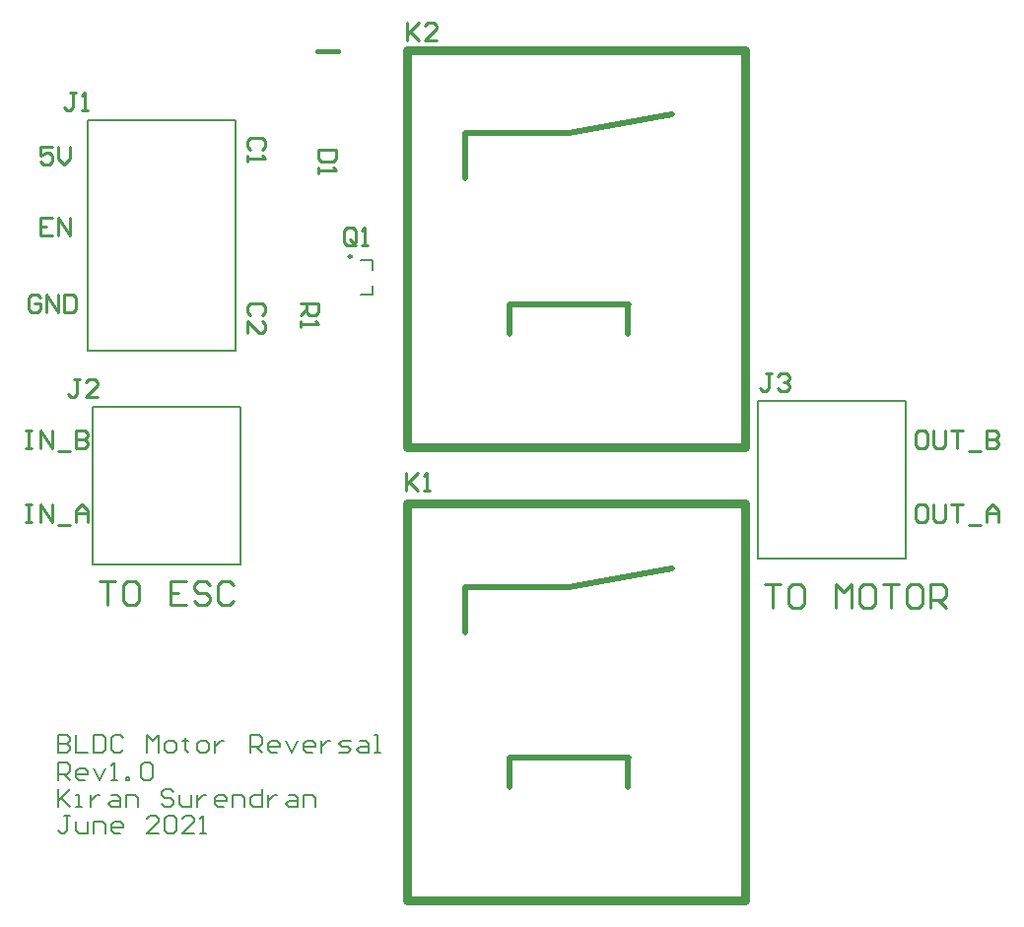
<source format=gto>
G04*
G04 #@! TF.GenerationSoftware,Altium Limited,Altium Designer,21.4.1 (30)*
G04*
G04 Layer_Color=65535*
%FSLAX25Y25*%
%MOIN*%
G70*
G04*
G04 #@! TF.SameCoordinates,A6571A55-D74C-4003-A557-C9CE236E7139*
G04*
G04*
G04 #@! TF.FilePolarity,Positive*
G04*
G01*
G75*
%ADD10C,0.00984*%
%ADD11C,0.01968*%
%ADD12C,0.02953*%
%ADD13C,0.01575*%
%ADD14C,0.00787*%
%ADD15C,0.01000*%
D10*
X-77854Y71966D02*
G03*
X-77854Y71966I-492J0D01*
G01*
D11*
X-24409Y55905D02*
X15748D01*
X-24488Y45925D02*
Y55748D01*
X15630Y45925D02*
Y55709D01*
X-39370Y98425D02*
Y113701D01*
X-39449Y113779D02*
X-4409D01*
X30630Y120079D01*
X-24409Y-97638D02*
X15748D01*
X-24488Y-107618D02*
Y-97795D01*
X15630Y-107618D02*
Y-97835D01*
X-39370Y-55118D02*
Y-39843D01*
X-39449Y-39764D02*
X-4409D01*
X30630Y-33465D01*
D12*
X-59055Y7633D02*
Y141866D01*
X55118Y7633D02*
Y141866D01*
X-59055D02*
X55118D01*
X-59055Y7633D02*
X55118D01*
X-59055Y-145910D02*
X55118D01*
X-59055Y-11677D02*
X55118D01*
Y-145910D02*
Y-11677D01*
X-59055Y-145910D02*
Y-11677D01*
D13*
X-89500Y141500D02*
X-82500D01*
D14*
X59449Y23228D02*
X109449D01*
X59449Y-30315D02*
X109449D01*
Y23228D01*
X59449Y-30315D02*
Y23228D01*
X-166929Y40256D02*
X-116929D01*
X-166929Y118209D02*
X-116929D01*
X-166929Y40256D02*
Y118209D01*
X-116929Y40256D02*
Y118209D01*
X-74803Y70866D02*
X-70866D01*
Y67636D02*
Y70866D01*
X-74803Y59055D02*
X-70866D01*
Y62285D01*
X-165354Y-32283D02*
X-115354D01*
X-165354Y21260D02*
X-115354D01*
X-165354Y-32283D02*
Y21260D01*
X-115354Y-32283D02*
Y21260D01*
X-177213Y-89952D02*
Y-95950D01*
X-174214D01*
X-173214Y-94951D01*
Y-93951D01*
X-174214Y-92951D01*
X-177213D01*
X-174214D01*
X-173214Y-91952D01*
Y-90952D01*
X-174214Y-89952D01*
X-177213D01*
X-171214D02*
Y-95950D01*
X-167216D01*
X-165217Y-89952D02*
Y-95950D01*
X-162217D01*
X-161218Y-94951D01*
Y-90952D01*
X-162217Y-89952D01*
X-165217D01*
X-155220Y-90952D02*
X-156219Y-89952D01*
X-158219D01*
X-159218Y-90952D01*
Y-94951D01*
X-158219Y-95950D01*
X-156219D01*
X-155220Y-94951D01*
X-147222Y-95950D02*
Y-89952D01*
X-145223Y-91952D01*
X-143224Y-89952D01*
Y-95950D01*
X-140225D02*
X-138225D01*
X-137225Y-94951D01*
Y-92951D01*
X-138225Y-91952D01*
X-140225D01*
X-141224Y-92951D01*
Y-94951D01*
X-140225Y-95950D01*
X-134227Y-90952D02*
Y-91952D01*
X-135226D01*
X-133227D01*
X-134227D01*
Y-94951D01*
X-133227Y-95950D01*
X-129228D02*
X-127229D01*
X-126229Y-94951D01*
Y-92951D01*
X-127229Y-91952D01*
X-129228D01*
X-130228Y-92951D01*
Y-94951D01*
X-129228Y-95950D01*
X-124230Y-91952D02*
Y-95950D01*
Y-93951D01*
X-123230Y-92951D01*
X-122230Y-91952D01*
X-121231D01*
X-112234Y-95950D02*
Y-89952D01*
X-109235D01*
X-108235Y-90952D01*
Y-92951D01*
X-109235Y-93951D01*
X-112234D01*
X-110234D02*
X-108235Y-95950D01*
X-103236D02*
X-105236D01*
X-106236Y-94951D01*
Y-92951D01*
X-105236Y-91952D01*
X-103236D01*
X-102237Y-92951D01*
Y-93951D01*
X-106236D01*
X-100238Y-91952D02*
X-98238Y-95950D01*
X-96239Y-91952D01*
X-91240Y-95950D02*
X-93240D01*
X-94239Y-94951D01*
Y-92951D01*
X-93240Y-91952D01*
X-91240D01*
X-90241Y-92951D01*
Y-93951D01*
X-94239D01*
X-88241Y-91952D02*
Y-95950D01*
Y-93951D01*
X-87242Y-92951D01*
X-86242Y-91952D01*
X-85242D01*
X-82243Y-95950D02*
X-79244D01*
X-78245Y-94951D01*
X-79244Y-93951D01*
X-81244D01*
X-82243Y-92951D01*
X-81244Y-91952D01*
X-78245D01*
X-75246D02*
X-73246D01*
X-72247Y-92951D01*
Y-95950D01*
X-75246D01*
X-76245Y-94951D01*
X-75246Y-93951D01*
X-72247D01*
X-70247Y-95950D02*
X-68248D01*
X-69248D01*
Y-89952D01*
X-70247D01*
X-177213Y-105038D02*
Y-99040D01*
X-174214D01*
X-173214Y-100039D01*
Y-102039D01*
X-174214Y-103038D01*
X-177213D01*
X-175213D02*
X-173214Y-105038D01*
X-168216D02*
X-170215D01*
X-171214Y-104038D01*
Y-102039D01*
X-170215Y-101039D01*
X-168216D01*
X-167216Y-102039D01*
Y-103038D01*
X-171214D01*
X-165217Y-101039D02*
X-163217Y-105038D01*
X-161218Y-101039D01*
X-159218Y-105038D02*
X-157219D01*
X-158219D01*
Y-99040D01*
X-159218Y-100039D01*
X-154220Y-105038D02*
Y-104038D01*
X-153220D01*
Y-105038D01*
X-154220D01*
X-149222Y-100039D02*
X-148222Y-99040D01*
X-146223D01*
X-145223Y-100039D01*
Y-104038D01*
X-146223Y-105038D01*
X-148222D01*
X-149222Y-104038D01*
Y-100039D01*
X-177213Y-108127D02*
Y-114125D01*
Y-112126D01*
X-173214Y-108127D01*
X-176213Y-111126D01*
X-173214Y-114125D01*
X-171214D02*
X-169215D01*
X-170215D01*
Y-110126D01*
X-171214D01*
X-166216D02*
Y-114125D01*
Y-112126D01*
X-165217Y-111126D01*
X-164217Y-110126D01*
X-163217D01*
X-159218D02*
X-157219D01*
X-156219Y-111126D01*
Y-114125D01*
X-159218D01*
X-160218Y-113126D01*
X-159218Y-112126D01*
X-156219D01*
X-154220Y-114125D02*
Y-110126D01*
X-151221D01*
X-150221Y-111126D01*
Y-114125D01*
X-138225Y-109127D02*
X-139225Y-108127D01*
X-141224D01*
X-142224Y-109127D01*
Y-110126D01*
X-141224Y-111126D01*
X-139225D01*
X-138225Y-112126D01*
Y-113126D01*
X-139225Y-114125D01*
X-141224D01*
X-142224Y-113126D01*
X-136226Y-110126D02*
Y-113126D01*
X-135226Y-114125D01*
X-132227D01*
Y-110126D01*
X-130228D02*
Y-114125D01*
Y-112126D01*
X-129228Y-111126D01*
X-128228Y-110126D01*
X-127229D01*
X-121231Y-114125D02*
X-123230D01*
X-124230Y-113126D01*
Y-111126D01*
X-123230Y-110126D01*
X-121231D01*
X-120231Y-111126D01*
Y-112126D01*
X-124230D01*
X-118232Y-114125D02*
Y-110126D01*
X-115233D01*
X-114233Y-111126D01*
Y-114125D01*
X-108235Y-108127D02*
Y-114125D01*
X-111234D01*
X-112234Y-113126D01*
Y-111126D01*
X-111234Y-110126D01*
X-108235D01*
X-106236D02*
Y-114125D01*
Y-112126D01*
X-105236Y-111126D01*
X-104236Y-110126D01*
X-103236D01*
X-99238D02*
X-97238D01*
X-96239Y-111126D01*
Y-114125D01*
X-99238D01*
X-100238Y-113126D01*
X-99238Y-112126D01*
X-96239D01*
X-94239Y-114125D02*
Y-110126D01*
X-91240D01*
X-90241Y-111126D01*
Y-114125D01*
X-173214Y-117215D02*
X-175213D01*
X-174214D01*
Y-122213D01*
X-175213Y-123213D01*
X-176213D01*
X-177213Y-122213D01*
X-171214Y-119214D02*
Y-122213D01*
X-170215Y-123213D01*
X-167216D01*
Y-119214D01*
X-165217Y-123213D02*
Y-119214D01*
X-162217D01*
X-161218Y-120214D01*
Y-123213D01*
X-156219D02*
X-158219D01*
X-159218Y-122213D01*
Y-120214D01*
X-158219Y-119214D01*
X-156219D01*
X-155220Y-120214D01*
Y-121213D01*
X-159218D01*
X-143224Y-123213D02*
X-147222D01*
X-143224Y-119214D01*
Y-118214D01*
X-144223Y-117215D01*
X-146223D01*
X-147222Y-118214D01*
X-141224D02*
X-140225Y-117215D01*
X-138225D01*
X-137225Y-118214D01*
Y-122213D01*
X-138225Y-123213D01*
X-140225D01*
X-141224Y-122213D01*
Y-118214D01*
X-131228Y-123213D02*
X-135226D01*
X-131228Y-119214D01*
Y-118214D01*
X-132227Y-117215D01*
X-134227D01*
X-135226Y-118214D01*
X-129228Y-123213D02*
X-127229D01*
X-128228D01*
Y-117215D01*
X-129228Y-118214D01*
D15*
X-58998Y150999D02*
Y145001D01*
Y147000D01*
X-55000Y150999D01*
X-57999Y148000D01*
X-55000Y145001D01*
X-49002D02*
X-53000D01*
X-49002Y149000D01*
Y149999D01*
X-50001Y150999D01*
X-52001D01*
X-53000Y149999D01*
X-83001Y107999D02*
X-88999D01*
Y105000D01*
X-87999Y104000D01*
X-84001D01*
X-83001Y105000D01*
Y107999D01*
X-88999Y102001D02*
Y100001D01*
Y101001D01*
X-83001D01*
X-84001Y102001D01*
X62000Y-39003D02*
X67332D01*
X64666D01*
Y-47000D01*
X73996Y-39003D02*
X71330D01*
X69997Y-40336D01*
Y-45667D01*
X71330Y-47000D01*
X73996D01*
X75329Y-45667D01*
Y-40336D01*
X73996Y-39003D01*
X85992Y-47000D02*
Y-39003D01*
X88658Y-41668D01*
X91324Y-39003D01*
Y-47000D01*
X97988Y-39003D02*
X95323D01*
X93990Y-40336D01*
Y-45667D01*
X95323Y-47000D01*
X97988D01*
X99321Y-45667D01*
Y-40336D01*
X97988Y-39003D01*
X101987D02*
X107319D01*
X104653D01*
Y-47000D01*
X113983Y-39003D02*
X111317D01*
X109985Y-40336D01*
Y-45667D01*
X111317Y-47000D01*
X113983D01*
X115316Y-45667D01*
Y-40336D01*
X113983Y-39003D01*
X117982Y-47000D02*
Y-39003D01*
X121981D01*
X123313Y-40336D01*
Y-43001D01*
X121981Y-44334D01*
X117982D01*
X120648D02*
X123313Y-47000D01*
X-163000Y-38003D02*
X-157668D01*
X-160334D01*
Y-46000D01*
X-151004Y-38003D02*
X-153670D01*
X-155003Y-39336D01*
Y-44667D01*
X-153670Y-46000D01*
X-151004D01*
X-149671Y-44667D01*
Y-39336D01*
X-151004Y-38003D01*
X-133676D02*
X-139008D01*
Y-46000D01*
X-133676D01*
X-139008Y-42001D02*
X-136342D01*
X-125679Y-39336D02*
X-127012Y-38003D01*
X-129677D01*
X-131010Y-39336D01*
Y-40668D01*
X-129677Y-42001D01*
X-127012D01*
X-125679Y-43334D01*
Y-44667D01*
X-127012Y-46000D01*
X-129677D01*
X-131010Y-44667D01*
X-117681Y-39336D02*
X-119014Y-38003D01*
X-121680D01*
X-123013Y-39336D01*
Y-44667D01*
X-121680Y-46000D01*
X-119014D01*
X-117681Y-44667D01*
X-108001Y52000D02*
X-107001Y52999D01*
Y54999D01*
X-108001Y55998D01*
X-111999D01*
X-112999Y54999D01*
Y52999D01*
X-111999Y52000D01*
X-112999Y46002D02*
Y50000D01*
X-109000Y46002D01*
X-108001D01*
X-107001Y47001D01*
Y49001D01*
X-108001Y50000D01*
X115999Y12998D02*
X114000D01*
X113000Y11998D01*
Y7999D01*
X114000Y7000D01*
X115999D01*
X116999Y7999D01*
Y11998D01*
X115999Y12998D01*
X118998D02*
Y7999D01*
X119998Y7000D01*
X121997D01*
X122997Y7999D01*
Y12998D01*
X124996D02*
X128995D01*
X126996D01*
Y7000D01*
X130994Y6000D02*
X134993D01*
X136992Y12998D02*
Y7000D01*
X139991D01*
X140991Y7999D01*
Y8999D01*
X139991Y9999D01*
X136992D01*
X139991D01*
X140991Y10998D01*
Y11998D01*
X139991Y12998D01*
X136992D01*
X115999Y-12002D02*
X114000D01*
X113000Y-13002D01*
Y-17001D01*
X114000Y-18000D01*
X115999D01*
X116999Y-17001D01*
Y-13002D01*
X115999Y-12002D01*
X118998D02*
Y-17001D01*
X119998Y-18000D01*
X121997D01*
X122997Y-17001D01*
Y-12002D01*
X124996D02*
X128995D01*
X126996D01*
Y-18000D01*
X130994Y-19000D02*
X134993D01*
X136992Y-18000D02*
Y-14002D01*
X138992Y-12002D01*
X140991Y-14002D01*
Y-18000D01*
Y-15001D01*
X136992D01*
X-188000Y12998D02*
X-186001D01*
X-187000D01*
Y7000D01*
X-188000D01*
X-186001D01*
X-183002D02*
Y12998D01*
X-179003Y7000D01*
Y12998D01*
X-177004Y6000D02*
X-173005D01*
X-171005Y12998D02*
Y7000D01*
X-168007D01*
X-167007Y7999D01*
Y8999D01*
X-168007Y9999D01*
X-171005D01*
X-168007D01*
X-167007Y10998D01*
Y11998D01*
X-168007Y12998D01*
X-171005D01*
X-188000Y-12002D02*
X-186001D01*
X-187000D01*
Y-18000D01*
X-188000D01*
X-186001D01*
X-183002D02*
Y-12002D01*
X-179003Y-18000D01*
Y-12002D01*
X-177004Y-19000D02*
X-173005D01*
X-171005Y-18000D02*
Y-14002D01*
X-169006Y-12002D01*
X-167007Y-14002D01*
Y-18000D01*
Y-15001D01*
X-171005D01*
X-179001Y108998D02*
X-183000D01*
Y105999D01*
X-181001Y106999D01*
X-180001D01*
X-179001Y105999D01*
Y104000D01*
X-180001Y103000D01*
X-182000D01*
X-183000Y104000D01*
X-177002Y108998D02*
Y104999D01*
X-175003Y103000D01*
X-173003Y104999D01*
Y108998D01*
X-179001Y84998D02*
X-183000D01*
Y79000D01*
X-179001D01*
X-183000Y81999D02*
X-181001D01*
X-177002Y79000D02*
Y84998D01*
X-173003Y79000D01*
Y84998D01*
X-183001Y57998D02*
X-184001Y58998D01*
X-186000D01*
X-187000Y57998D01*
Y54000D01*
X-186000Y53000D01*
X-184001D01*
X-183001Y54000D01*
Y55999D01*
X-185001D01*
X-181002Y53000D02*
Y58998D01*
X-177003Y53000D01*
Y58998D01*
X-175004D02*
Y53000D01*
X-172005D01*
X-171005Y54000D01*
Y57998D01*
X-172005Y58998D01*
X-175004D01*
X64101Y32630D02*
X62102D01*
X63101D01*
Y27631D01*
X62102Y26632D01*
X61102D01*
X60102Y27631D01*
X66100Y31630D02*
X67100Y32630D01*
X69099D01*
X70099Y31630D01*
Y30630D01*
X69099Y29631D01*
X68100D01*
X69099D01*
X70099Y28631D01*
Y27631D01*
X69099Y26632D01*
X67100D01*
X66100Y27631D01*
X-59498Y-1170D02*
Y-7169D01*
Y-5169D01*
X-55499Y-1170D01*
X-58498Y-4169D01*
X-55499Y-7169D01*
X-53500D02*
X-51500D01*
X-52500D01*
Y-1170D01*
X-53500Y-2170D01*
X-94999Y55999D02*
X-89001D01*
Y53000D01*
X-90001Y52000D01*
X-92000D01*
X-93000Y53000D01*
Y55999D01*
Y53999D02*
X-94999Y52000D01*
Y50001D02*
Y48001D01*
Y49001D01*
X-89001D01*
X-90001Y50001D01*
X-171199Y127630D02*
X-173198D01*
X-172199D01*
Y122631D01*
X-173198Y121632D01*
X-174198D01*
X-175198Y122631D01*
X-169200Y121632D02*
X-167200D01*
X-168200D01*
Y127630D01*
X-169200Y126630D01*
X-108001Y108000D02*
X-107001Y109000D01*
Y110999D01*
X-108001Y111999D01*
X-111999D01*
X-112999Y110999D01*
Y109000D01*
X-111999Y108000D01*
X-112999Y106001D02*
Y104001D01*
Y105001D01*
X-107001D01*
X-108001Y106001D01*
X-76299Y76931D02*
Y80930D01*
X-77299Y81930D01*
X-79298D01*
X-80298Y80930D01*
Y76931D01*
X-79298Y75932D01*
X-77299D01*
X-78298Y77931D02*
X-76299Y75932D01*
X-77299D02*
X-76299Y76931D01*
X-74300Y75932D02*
X-72300D01*
X-73300D01*
Y81930D01*
X-74300Y80930D01*
X-169699Y30630D02*
X-171698D01*
X-170699D01*
Y25631D01*
X-171698Y24632D01*
X-172698D01*
X-173698Y25631D01*
X-163701Y24632D02*
X-167700D01*
X-163701Y28630D01*
Y29630D01*
X-164700Y30630D01*
X-166700D01*
X-167700Y29630D01*
M02*

</source>
